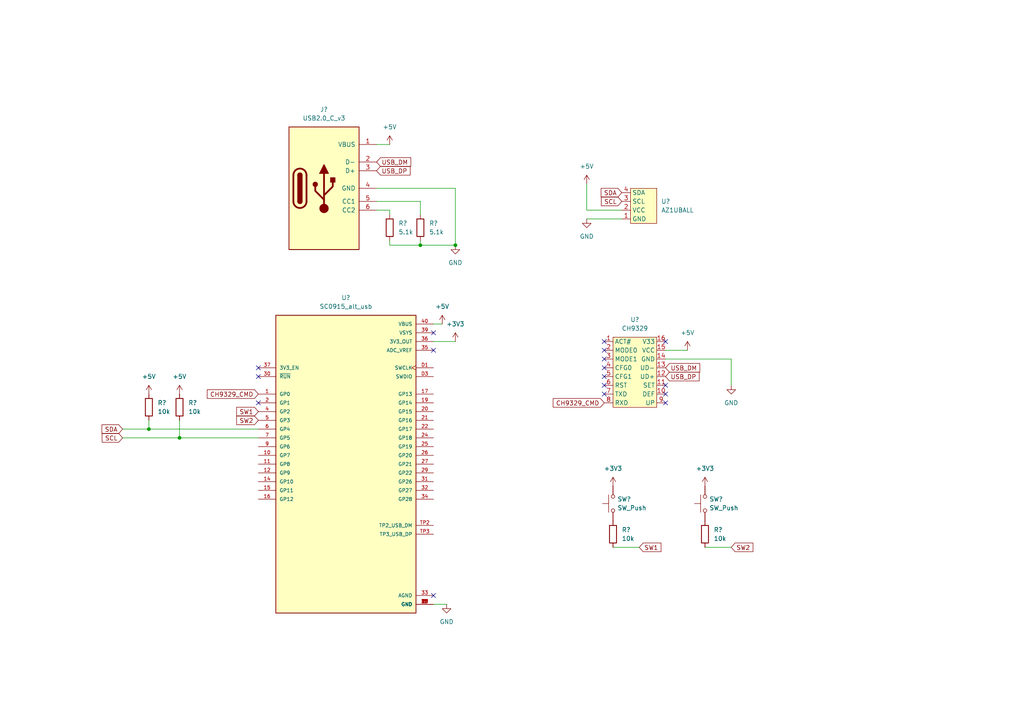
<source format=kicad_sch>
(kicad_sch (version 20211123) (generator eeschema)
  (paper "A4")
  (lib_symbols
    (symbol "$74th:CH9329"
      (property "Reference" "U" (at 0 5.08 0))
      (property "Value" "CH9329" (at 0 7.62 0))
      (symbol "CH9329_0_1"
        (rectangle (start -6.35 3.81) (end 6.35 -16.51) (stroke (width 0.1524)) (fill (type background)))
      )
      (symbol "CH9329_1_1"
        (pin output line (at -8.89 2.54 0) (length 2.54) (name "ACT#") (number "1"))
        (pin input line (at 8.89 -12.7 180) (length 2.54) (name "DEF") (number "10"))
        (pin input line (at 8.89 -10.16 180) (length 2.54) (name "SET") (number "11"))
        (pin bidirectional line (at 8.89 -7.62 180) (length 2.54) (name "UD+") (number "12"))
        (pin bidirectional line (at 8.89 -5.08 180) (length 2.54) (name "UD-") (number "13"))
        (pin power_in line (at 8.89 -2.54 180) (length 2.54) (name "GND") (number "14"))
        (pin power_in line (at 8.89 0 180) (length 2.54) (name "VCC") (number "15"))
        (pin power_out line (at 8.89 2.54 180) (length 2.54) (name "V33") (number "16"))
        (pin input line (at -8.89 0 0) (length 2.54) (name "MODE0") (number "2"))
        (pin input line (at -8.89 -2.54 0) (length 2.54) (name "MODE1") (number "3"))
        (pin input line (at -8.89 -5.08 0) (length 2.54) (name "CFG0") (number "4"))
        (pin input line (at -8.89 -7.62 0) (length 2.54) (name "CFG1") (number "5"))
        (pin input line (at -8.89 -10.16 0) (length 2.54) (name "RST") (number "6"))
        (pin output line (at -8.89 -12.7 0) (length 2.54) (name "TXD") (number "7"))
        (pin input line (at -8.89 -15.24 0) (length 2.54) (name "RXD") (number "8"))
        (pin output line (at 8.89 -15.24 180) (length 2.54) (name "UP") (number "9"))
      )
    )
    (symbol "$74th:I2C_Breakout"
      (property "Reference" "U" (at 0 6.35 0))
      (property "Value" "I2C_Breakout" (at 0 5.08 0))
      (symbol "I2C_Breakout_0_1"
        (rectangle (start -3.81 3.81) (end 3.81 -6.35) (stroke (width 0.1524)) (fill (type background)))
      )
      (symbol "I2C_Breakout_1_1"
        (pin power_in line (at 6.35 2.54 180) (length 2.54) (name "GND") (number "1"))
        (pin power_in line (at 6.35 0 180) (length 2.54) (name "VCC") (number "2"))
        (pin input line (at 6.35 -2.54 180) (length 2.54) (name "SCL") (number "3"))
        (pin bidirectional line (at 6.35 -5.08 180) (length 2.54) (name "SDA") (number "4"))
      )
    )
    (symbol "$74th:SC0915_alt_usb" (pin_names (offset 1.016))
      (property "Reference" "U" (at -20.32 44.069 0))
      (property "Value" "SC0915_alt_usb" (at -20.32 -45.72 0))
      (symbol "SC0915_alt_usb_0_0"
        (rectangle (start -20.32 -43.18) (end 20.32 43.18) (stroke (width 0.254)) (fill (type background)))
        (pin bidirectional line (at -25.4 20.32 0) (length 5.08) (name "GP0") (number "1"))
        (pin bidirectional line (at -25.4 2.54 0) (length 5.08) (name "GP7") (number "10"))
        (pin bidirectional line (at -25.4 0 0) (length 5.08) (name "GP8") (number "11"))
        (pin bidirectional line (at -25.4 -2.54 0) (length 5.08) (name "GP9") (number "12"))
        (pin power_in line (at 25.4 -40.64 180) (length 5.08) (name "GND") (number "13"))
        (pin bidirectional line (at -25.4 -5.08 0) (length 5.08) (name "GP10") (number "14"))
        (pin bidirectional line (at -25.4 -7.62 0) (length 5.08) (name "GP11") (number "15"))
        (pin bidirectional line (at -25.4 -10.16 0) (length 5.08) (name "GP12") (number "16"))
        (pin bidirectional line (at 25.4 20.32 180) (length 5.08) (name "GP13") (number "17"))
        (pin power_in line (at 25.4 -40.64 180) (length 5.08) (name "GND") (number "18"))
        (pin bidirectional line (at 25.4 17.78 180) (length 5.08) (name "GP14") (number "19"))
        (pin bidirectional line (at -25.4 17.78 0) (length 5.08) (name "GP1") (number "2"))
        (pin bidirectional line (at 25.4 15.24 180) (length 5.08) (name "GP15") (number "20"))
        (pin bidirectional line (at 25.4 12.7 180) (length 5.08) (name "GP16") (number "21"))
        (pin bidirectional line (at 25.4 10.16 180) (length 5.08) (name "GP17") (number "22"))
        (pin power_in line (at 25.4 -40.64 180) (length 5.08) (name "GND") (number "23"))
        (pin bidirectional line (at 25.4 7.62 180) (length 5.08) (name "GP18") (number "24"))
        (pin bidirectional line (at 25.4 5.08 180) (length 5.08) (name "GP19") (number "25"))
        (pin bidirectional line (at 25.4 2.54 180) (length 5.08) (name "GP20") (number "26"))
        (pin bidirectional line (at 25.4 0 180) (length 5.08) (name "GP21") (number "27"))
        (pin power_in line (at 25.4 -40.64 180) (length 5.08) (name "GND") (number "28"))
        (pin bidirectional line (at 25.4 -2.54 180) (length 5.08) (name "GP22") (number "29"))
        (pin power_in line (at 25.4 -40.64 180) (length 5.08) (name "GND") (number "3"))
        (pin input line (at -25.4 25.4 0) (length 5.08) (name "~{RUN}") (number "30"))
        (pin bidirectional line (at 25.4 -5.08 180) (length 5.08) (name "GP26") (number "31"))
        (pin bidirectional line (at 25.4 -7.62 180) (length 5.08) (name "GP27") (number "32"))
        (pin power_in line (at 25.4 -38.1 180) (length 5.08) (name "AGND") (number "33"))
        (pin bidirectional line (at 25.4 -10.16 180) (length 5.08) (name "GP28") (number "34"))
        (pin power_in line (at 25.4 33.02 180) (length 5.08) (name "ADC_VREF") (number "35"))
        (pin power_in line (at 25.4 35.56 180) (length 5.08) (name "3V3_OUT") (number "36"))
        (pin input line (at -25.4 27.94 0) (length 5.08) (name "3V3_EN") (number "37"))
        (pin power_in line (at 25.4 -40.64 180) (length 5.08) (name "GND") (number "38"))
        (pin power_in line (at 25.4 38.1 180) (length 5.08) (name "VSYS") (number "39"))
        (pin bidirectional line (at -25.4 15.24 0) (length 5.08) (name "GP2") (number "4"))
        (pin power_in line (at 25.4 40.64 180) (length 5.08) (name "VBUS") (number "40"))
        (pin bidirectional line (at -25.4 12.7 0) (length 5.08) (name "GP3") (number "5"))
        (pin bidirectional line (at -25.4 10.16 0) (length 5.08) (name "GP4") (number "6"))
        (pin bidirectional line (at -25.4 7.62 0) (length 5.08) (name "GP5") (number "7"))
        (pin power_in line (at 25.4 -40.64 180) (length 5.08) (name "GND") (number "8"))
        (pin bidirectional line (at -25.4 5.08 0) (length 5.08) (name "GP6") (number "9"))
        (pin input clock (at 25.4 27.94 180) (length 5.08) (name "SWCLK") (number "D1"))
        (pin power_in line (at 25.4 -40.64 180) (length 5.08) (name "GND") (number "D2"))
        (pin bidirectional line (at 25.4 25.4 180) (length 5.08) (name "SWDIO") (number "D3"))
        (pin bidirectional line (at 25.4 -17.78 180) (length 5.08) (name "TP2_USB_DM") (number "TP2"))
        (pin bidirectional line (at 25.4 -20.32 180) (length 5.08) (name "TP3_USB_DP") (number "TP3"))
      )
    )
    (symbol "$74th:USB2.0_C_v3" (pin_names (offset 1.016))
      (property "Reference" "J" (at -10.16 19.05 0))
      (property "Value" "USB2.0_C_v3" (at 12.7 19.05 0))
      (symbol "USB2.0_C_v3_0_1"
        (rectangle (start -10.16 17.78) (end 10.16 -17.78) (stroke (width 0.254)) (fill (type background)))
        (arc (start -8.89 -3.81) (mid -6.985 -5.715) (end -5.08 -3.81) (stroke (width 0.508)))
        (arc (start -7.62 -3.81) (mid -6.985 -4.445) (end -6.35 -3.81) (stroke (width 0.254)))
        (arc (start -7.62 -3.81) (mid -6.985 -4.445) (end -6.35 -3.81) (stroke (width 0.254)) (fill (type outline)))
        (rectangle (start -7.62 -3.81) (end -6.35 3.81) (stroke (width 0.254)) (fill (type outline)))
        (arc (start -6.35 3.81) (mid -6.985 4.445) (end -7.62 3.81) (stroke (width 0.254)))
        (arc (start -6.35 3.81) (mid -6.985 4.445) (end -7.62 3.81) (stroke (width 0.254)) (fill (type outline)))
        (arc (start -5.08 3.81) (mid -6.985 5.715) (end -8.89 3.81) (stroke (width 0.508)))
        (circle (center -2.54 1.143) (radius 0.635) (stroke (width 0.254)) (fill (type outline)))
        (circle (center 0 -5.842) (radius 1.27) (fill (type outline)))
        (polyline (pts (xy -8.89 -3.81) (xy -8.89 3.81)) (stroke (width 0.508)))
        (polyline (pts (xy -5.08 3.81) (xy -5.08 -3.81)) (stroke (width 0.508)))
        (polyline (pts (xy 0 -5.842) (xy 0 4.318)) (stroke (width 0.508)))
        (polyline (pts (xy 0 -3.302) (xy -2.54 -0.762) (xy -2.54 0.508)) (stroke (width 0.508)))
        (polyline (pts (xy 0 -2.032) (xy 2.54 0.508) (xy 2.54 1.778)) (stroke (width 0.508)))
        (polyline (pts (xy -1.27 4.318) (xy 0 6.858) (xy 1.27 4.318) (xy -1.27 4.318)) (stroke (width 0.254)) (fill (type outline)))
        (rectangle (start 1.905 1.778) (end 3.175 3.048) (stroke (width 0.254)) (fill (type outline)))
      )
      (symbol "USB2.0_C_v3_1_1"
        (pin power_out line (at 15.24 12.7 180) (length 5.08) (name "VBUS") (number "1"))
        (pin bidirectional line (at 15.24 7.62 180) (length 5.08) (name "D-") (number "2"))
        (pin bidirectional line (at 15.24 5.08 180) (length 5.08) (name "D+") (number "3"))
        (pin power_out line (at 15.24 0 180) (length 5.08) (name "GND") (number "4"))
        (pin bidirectional line (at 15.24 -3.81 180) (length 5.08) (name "CC1") (number "5"))
        (pin bidirectional line (at 15.24 -6.35 180) (length 5.08) (name "CC2") (number "6"))
      )
    )
    (symbol "Device:R" (pin_numbers hide) (pin_names (offset 0))
      (property "Reference" "R" (at 2.032 0 90))
      (property "Value" "R" (at 0 0 90))
      (symbol "R_0_1"
        (rectangle (start -1.016 -2.54) (end 1.016 2.54) (stroke (width 0.254)))
      )
      (symbol "R_1_1"
        (pin passive line (at 0 3.81 270) (length 1.27) (name "~") (number "1"))
        (pin passive line (at 0 -3.81 90) (length 1.27) (name "~") (number "2"))
      )
    )
    (symbol "Switch:SW_Push" (pin_numbers hide) (pin_names (offset 1.016) hide)
      (property "Reference" "SW" (at 1.27 2.54 0))
      (property "Value" "SW_Push" (at 0 -1.524 0))
      (symbol "SW_Push_0_1"
        (circle (center -2.032 0) (radius 0.508))
        (polyline (pts (xy 0 1.27) (xy 0 3.048)))
        (polyline (pts (xy 2.54 1.27) (xy -2.54 1.27)))
        (circle (center 2.032 0) (radius 0.508))
        (pin passive line (at -5.08 0 0) (length 2.54) (name "1") (number "1"))
        (pin passive line (at 5.08 0 180) (length 2.54) (name "2") (number "2"))
      )
    )
    (symbol "power:+3V3" (power) (pin_names (offset 0))
      (property "Value" "+3V3" (at 0 3.556 0))
      (symbol "+3V3_0_1"
        (polyline (pts (xy -0.762 1.27) (xy 0 2.54)))
        (polyline (pts (xy 0 0) (xy 0 2.54)))
        (polyline (pts (xy 0 2.54) (xy 0.762 1.27)))
      )
      (symbol "+3V3_1_1"
        (pin power_in line (at 0 0 90) (length 0) hide (name "+3V3") (number "1"))
      )
    )
    (symbol "power:+5V" (power) (pin_names (offset 0))
      (property "Value" "+5V" (at 0 3.556 0))
      (symbol "+5V_0_1"
        (polyline (pts (xy -0.762 1.27) (xy 0 2.54)))
        (polyline (pts (xy 0 0) (xy 0 2.54)))
        (polyline (pts (xy 0 2.54) (xy 0.762 1.27)))
      )
      (symbol "+5V_1_1"
        (pin power_in line (at 0 0 90) (length 0) hide (name "+5V") (number "1"))
      )
    )
    (symbol "power:GND" (power) (pin_names (offset 0))
      (property "Value" "GND" (at 0 -3.81 0))
      (symbol "GND_0_1"
        (polyline (pts (xy 0 0) (xy 0 -1.27) (xy 1.27 -1.27) (xy 0 -2.54) (xy -1.27 -1.27) (xy 0 -1.27)))
      )
      (symbol "GND_1_1"
        (pin power_in line (at 0 0 270) (length 0) hide (name "GND") (number "1"))
      )
    )
  )
  (junction (at 121.92 71.12))
  (junction (at 132.08 71.12))
  (junction (at 52.07 127))
  (junction (at 43.18 124.46))
  (no_connect (at 175.26 114.3))
  (no_connect (at 175.26 111.76))
  (no_connect (at 175.26 109.22))
  (no_connect (at 175.26 99.06))
  (no_connect (at 175.26 106.68))
  (no_connect (at 175.26 104.14))
  (no_connect (at 175.26 101.6))
  (no_connect (at 125.73 172.72))
  (no_connect (at 74.93 116.84))
  (no_connect (at 74.93 106.68))
  (no_connect (at 74.93 109.22))
  (no_connect (at 193.04 111.76))
  (no_connect (at 193.04 114.3))
  (no_connect (at 193.04 116.84))
  (no_connect (at 125.73 96.52))
  (no_connect (at 125.73 101.6))
  (no_connect (at 193.04 99.06))
  (wire (pts (xy 204.47 158.75) (xy 212.09 158.75)))
  (wire (pts (xy 109.22 58.42) (xy 121.92 58.42)))
  (wire (pts (xy 121.92 58.42) (xy 121.92 62.23)))
  (wire (pts (xy 193.04 101.6) (xy 199.39 101.6)))
  (wire (pts (xy 35.56 124.46) (xy 43.18 124.46)))
  (wire (pts (xy 121.92 71.12) (xy 132.08 71.12)))
  (wire (pts (xy 212.09 104.14) (xy 212.09 111.76)))
  (wire (pts (xy 43.18 121.92) (xy 43.18 124.46)))
  (wire (pts (xy 52.07 127) (xy 74.93 127)))
  (wire (pts (xy 125.73 93.98) (xy 128.27 93.98)))
  (wire (pts (xy 113.03 62.23) (xy 113.03 60.96)))
  (wire (pts (xy 125.73 175.26) (xy 129.54 175.26)))
  (wire (pts (xy 170.18 60.96) (xy 170.18 53.34)))
  (wire (pts (xy 43.18 124.46) (xy 74.93 124.46)))
  (wire (pts (xy 170.18 63.5) (xy 180.34 63.5)))
  (wire (pts (xy 132.08 54.61) (xy 132.08 71.12)))
  (wire (pts (xy 52.07 121.92) (xy 52.07 127)))
  (wire (pts (xy 125.73 99.06) (xy 132.08 99.06)))
  (wire (pts (xy 109.22 60.96) (xy 113.03 60.96)))
  (wire (pts (xy 109.22 54.61) (xy 132.08 54.61)))
  (wire (pts (xy 193.04 104.14) (xy 212.09 104.14)))
  (wire (pts (xy 121.92 69.85) (xy 121.92 71.12)))
  (wire (pts (xy 109.22 41.91) (xy 113.03 41.91)))
  (wire (pts (xy 35.56 127) (xy 52.07 127)))
  (wire (pts (xy 113.03 71.12) (xy 121.92 71.12)))
  (wire (pts (xy 113.03 69.85) (xy 113.03 71.12)))
  (wire (pts (xy 177.8 158.75) (xy 185.42 158.75)))
  (wire (pts (xy 180.34 60.96) (xy 170.18 60.96)))
  (global_label "USB_DM" (shape input) (at 109.22 46.99 0) (property "シート間のリファレンス" "${INTERSHEET_REFS}" (effects hide)))
  (global_label "SCL" (shape input) (at 35.56 127 180) (property "シート間のリファレンス" "${INTERSHEET_REFS}" (effects hide)))
  (global_label "SDA" (shape input) (at 180.34 55.88 180) (property "シート間のリファレンス" "${INTERSHEET_REFS}" (effects hide)))
  (global_label "USB_DM" (shape input) (at 193.04 106.68 0) (property "シート間のリファレンス" "${INTERSHEET_REFS}" (effects hide)))
  (global_label "USB_DP" (shape input) (at 109.22 49.53 0) (property "シート間のリファレンス" "${INTERSHEET_REFS}" (effects hide)))
  (global_label "SW1" (shape input) (at 185.42 158.75 0) (property "シート間のリファレンス" "${INTERSHEET_REFS}" (effects hide)))
  (global_label "USB_DP" (shape input) (at 193.04 109.22 0) (property "シート間のリファレンス" "${INTERSHEET_REFS}" (effects hide)))
  (global_label "SW2" (shape input) (at 74.93 121.92 180) (property "シート間のリファレンス" "${INTERSHEET_REFS}" (effects hide)))
  (global_label "CH9329_CMD" (shape input) (at 74.93 114.3 180) (property "シート間のリファレンス" "${INTERSHEET_REFS}" (effects hide)))
  (global_label "SW2" (shape input) (at 212.09 158.75 0) (property "シート間のリファレンス" "${INTERSHEET_REFS}" (effects hide)))
  (global_label "CH9329_CMD" (shape input) (at 175.26 116.84 180) (property "シート間のリファレンス" "${INTERSHEET_REFS}" (effects hide)))
  (global_label "SCL" (shape input) (at 180.34 58.42 180) (property "シート間のリファレンス" "${INTERSHEET_REFS}" (effects hide)))
  (global_label "SW1" (shape input) (at 74.93 119.38 180) (property "シート間のリファレンス" "${INTERSHEET_REFS}" (effects hide)))
  (global_label "SDA" (shape input) (at 35.56 124.46 180) (property "シート間のリファレンス" "${INTERSHEET_REFS}" (effects hide)))
  (symbol (lib_id "Device:R") (at 52.07 118.11 0) (unit 1)
    (property "Reference" "R?" (at 54.61 116.8399 0) (effects (justify left)))
    (property "Value" "10k" (at 54.61 119.3799 0) (effects (justify left)))
  )
  (symbol (lib_id "power:+5V") (at 113.03 41.91 0) (unit 1)
    (property "Reference" "#PWR?" (effects hide))
    (property "Value" "+5V" (at 113.03 36.83 0))
  )
  (symbol (lib_id "Device:R") (at 113.03 66.04 0) (unit 1)
    (property "Reference" "R?" (at 115.57 64.7699 0) (effects (justify left)))
    (property "Value" "5.1k" (at 115.57 67.3099 0) (effects (justify left)))
  )
  (symbol (lib_id "$74th:CH9329") (at 184.15 101.6 0) (unit 1)
    (property "Reference" "U?" (at 184.15 92.71 0))
    (property "Value" "CH9329" (at 184.15 95.25 0))
  )
  (symbol (lib_id "Switch:SW_Push") (at 204.47 146.05 90) (unit 1)
    (property "Reference" "SW?" (at 205.74 144.7799 90) (effects (justify right)))
    (property "Value" "SW_Push" (at 205.74 147.3199 90) (effects (justify right)))
  )
  (symbol (lib_id "power:+5V") (at 170.18 53.34 0) (unit 1)
    (property "Reference" "#PWR?" (effects hide))
    (property "Value" "+5V" (at 170.18 48.26 0))
  )
  (symbol (lib_id "Device:R") (at 204.47 154.94 0) (unit 1)
    (property "Reference" "R?" (at 207.01 153.6699 0) (effects (justify left)))
    (property "Value" "10k" (at 207.01 156.2099 0) (effects (justify left)))
  )
  (symbol (lib_id "power:+5V") (at 52.07 114.3 0) (unit 1)
    (property "Reference" "#PWR?" (effects hide))
    (property "Value" "+5V" (at 52.07 109.22 0))
  )
  (symbol (lib_id "power:+3V3") (at 132.08 99.06 0) (unit 1)
    (property "Reference" "#PWR?" (effects hide))
    (property "Value" "+3V3" (at 132.08 93.98 0))
  )
  (symbol (lib_id "power:GND") (at 212.09 111.76 0) (unit 1)
    (property "Reference" "#PWR?" (effects hide))
    (property "Value" "GND" (at 212.09 116.84 0))
  )
  (symbol (lib_id "power:GND") (at 132.08 71.12 0) (unit 1)
    (property "Reference" "#PWR?" (effects hide))
    (property "Value" "GND" (at 132.08 76.2 0))
  )
  (symbol (lib_id "power:+5V") (at 43.18 114.3 0) (unit 1)
    (property "Reference" "#PWR?" (effects hide))
    (property "Value" "+5V" (at 43.18 109.22 0))
  )
  (symbol (lib_id "power:+3V3") (at 177.8 140.97 0) (unit 1)
    (property "Reference" "#PWR?" (effects hide))
    (property "Value" "+3V3" (at 177.8 135.89 0))
  )
  (symbol (lib_id "$74th:USB2.0_C_v3") (at 93.98 54.61 0) (unit 1)
    (property "Reference" "J?" (at 93.98 31.75 0))
    (property "Value" "USB2.0_C_v3" (at 93.98 34.29 0))
    (property "Footprint" "$74th:USB-C-12-Pin-MidMount-ali-v5" (effects hide))
    (property "Datasheet" "https://www.usb.org/sites/default/files/documents/usb_type-c.zip" (effects hide))
  )
  (symbol (lib_id "power:+3V3") (at 204.47 140.97 0) (unit 1)
    (property "Reference" "#PWR?" (effects hide))
    (property "Value" "+3V3" (at 204.47 135.89 0))
  )
  (symbol (lib_id "power:GND") (at 129.54 175.26 0) (unit 1)
    (property "Reference" "#PWR?" (effects hide))
    (property "Value" "GND" (at 129.54 180.34 0))
  )
  (symbol (lib_id "power:GND") (at 170.18 63.5 0) (unit 1)
    (property "Reference" "#PWR?" (effects hide))
    (property "Value" "GND" (at 170.18 68.58 0))
  )
  (symbol (lib_id "Switch:SW_Push") (at 177.8 146.05 90) (unit 1)
    (property "Reference" "SW?" (at 179.07 144.7799 90) (effects (justify right)))
    (property "Value" "SW_Push" (at 179.07 147.3199 90) (effects (justify right)))
  )
  (symbol (lib_id "power:+5V") (at 128.27 93.98 0) (unit 1)
    (property "Reference" "#PWR?" (effects hide))
    (property "Value" "+5V" (at 128.27 88.9 0))
  )
  (symbol (lib_id "Device:R") (at 43.18 118.11 0) (unit 1)
    (property "Reference" "R?" (at 45.72 116.8399 0) (effects (justify left)))
    (property "Value" "10k" (at 45.72 119.3799 0) (effects (justify left)))
  )
  (symbol (lib_id "$74th:I2C_Breakout") (at 186.69 60.96 180) (unit 1)
    (property "Reference" "U?" (at 191.77 58.4199 0) (effects (justify right)))
    (property "Value" "AZ1UBALL" (at 191.77 60.9599 0) (effects (justify right)))
  )
  (symbol (lib_id "power:+5V") (at 199.39 101.6 0) (unit 1)
    (property "Reference" "#PWR?" (effects hide))
    (property "Value" "+5V" (at 199.39 96.52 0))
  )
  (symbol (lib_id "$74th:SC0915_alt_usb") (at 100.33 134.62 0) (unit 1)
    (property "Reference" "U?" (at 100.33 86.36 0))
    (property "Value" "SC0915_alt_usb" (at 100.33 88.9 0))
    (property "Footprint" "MODULE_SC0915" (effects hide))
    (property "MAXIMUM_PACKAGE_HEIGHT" "3.73mm" (effects hide))
    (property "PARTREV" "1.6" (effects hide))
    (property "STANDARD" "Manufacturer Recommendations" (effects hide))
    (property "MANUFACTURER" "Raspberry Pi" (effects hide))
  )
  (symbol (lib_id "Device:R") (at 177.8 154.94 0) (unit 1)
    (property "Reference" "R?" (at 180.34 153.6699 0) (effects (justify left)))
    (property "Value" "10k" (at 180.34 156.2099 0) (effects (justify left)))
  )
  (symbol (lib_id "Device:R") (at 121.92 66.04 0) (unit 1)
    (property "Reference" "R?" (at 124.46 64.7699 0) (effects (justify left)))
    (property "Value" "5.1k" (at 124.46 67.3099 0) (effects (justify left)))
  )
)
</source>
